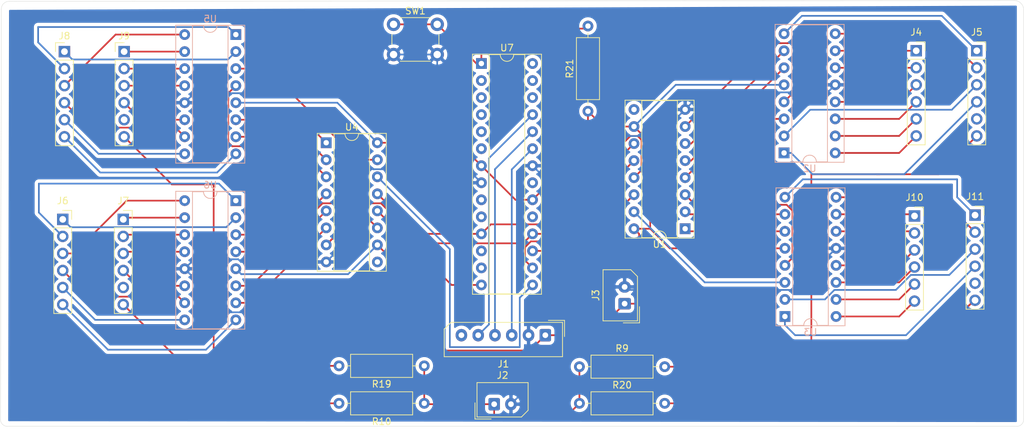
<source format=kicad_pcb>
(kicad_pcb (version 20171130) (host pcbnew "(5.1.8)-1")
  (layers (0 F.Cu signal) (31 B.Cu signal) (34 B.Paste user) (35 F.Paste user) (36 B.SilkS user) (37 F.SilkS user) (38 B.Mask user) (39 F.Mask user) (44 Edge.Cuts user))
  (net 0 "")
  (net 1 "Net-(J1-Pad6)")
  (net 2 RST)
  (net 3 DAT)
  (net 4 CLK)
  (net 5 GND)
  (net 6 +5V)
  (net 7 170V)
  (net 8 "Net-(J4-Pad6)")
  (net 9 "Net-(J4-Pad5)")
  (net 10 "Net-(J4-Pad4)")
  (net 11 "Net-(J4-Pad3)")
  (net 12 "Net-(J4-Pad2)")
  (net 13 "Net-(J4-Pad1)")
  (net 14 "Net-(J5-Pad6)")
  (net 15 "Net-(J5-Pad5)")
  (net 16 "Net-(J5-Pad4)")
  (net 17 "Net-(J5-Pad3)")
  (net 18 "Net-(J5-Pad2)")
  (net 19 "Net-(J5-Pad1)")
  (net 20 "Net-(J6-Pad6)")
  (net 21 "Net-(J6-Pad5)")
  (net 22 "Net-(J6-Pad4)")
  (net 23 "Net-(J6-Pad3)")
  (net 24 "Net-(J6-Pad2)")
  (net 25 "Net-(J6-Pad1)")
  (net 26 "Net-(J7-Pad6)")
  (net 27 "Net-(J7-Pad5)")
  (net 28 "Net-(J7-Pad4)")
  (net 29 "Net-(J7-Pad3)")
  (net 30 "Net-(J7-Pad2)")
  (net 31 "Net-(J7-Pad1)")
  (net 32 "Net-(J8-Pad6)")
  (net 33 "Net-(J8-Pad5)")
  (net 34 "Net-(J8-Pad4)")
  (net 35 "Net-(J8-Pad3)")
  (net 36 "Net-(J8-Pad2)")
  (net 37 "Net-(J8-Pad1)")
  (net 38 "Net-(J9-Pad6)")
  (net 39 "Net-(J9-Pad5)")
  (net 40 "Net-(J9-Pad4)")
  (net 41 "Net-(J9-Pad3)")
  (net 42 "Net-(J9-Pad2)")
  (net 43 "Net-(J9-Pad1)")
  (net 44 "Net-(J10-Pad6)")
  (net 45 "Net-(J10-Pad5)")
  (net 46 "Net-(J10-Pad4)")
  (net 47 "Net-(J10-Pad3)")
  (net 48 "Net-(J10-Pad2)")
  (net 49 "Net-(J10-Pad1)")
  (net 50 "Net-(J11-Pad6)")
  (net 51 "Net-(J11-Pad5)")
  (net 52 "Net-(J11-Pad4)")
  (net 53 "Net-(J11-Pad3)")
  (net 54 "Net-(J11-Pad2)")
  (net 55 "Net-(J11-Pad1)")
  (net 56 reset)
  (net 57 data1)
  (net 58 Gate)
  (net 59 latch1)
  (net 60 clock)
  (net 61 "Net-(U1-Pad9)")
  (net 62 data2)
  (net 63 latch2)
  (net 64 "Net-(U4-Pad9)")
  (net 65 "Net-(U7-Pad28)")
  (net 66 "Net-(U7-Pad27)")
  (net 67 "Net-(U7-Pad13)")
  (net 68 "Net-(U7-Pad26)")
  (net 69 "Net-(U7-Pad12)")
  (net 70 "Net-(U7-Pad10)")
  (net 71 "Net-(U7-Pad9)")
  (net 72 "Net-(U7-Pad21)")
  (net 73 "Net-(U7-Pad6)")
  (net 74 "Net-(U7-Pad19)")
  (net 75 "Net-(U7-Pad5)")
  (net 76 SETCLK)
  (net 77 "Net-(U7-Pad3)")
  (net 78 "Net-(U7-Pad2)")
  (net 79 "Net-(U1-Pad15)")
  (net 80 "Net-(U1-Pad7)")
  (net 81 "Net-(U1-Pad6)")
  (net 82 "Net-(U1-Pad5)")
  (net 83 "Net-(U1-Pad4)")
  (net 84 "Net-(U1-Pad3)")
  (net 85 "Net-(U1-Pad2)")
  (net 86 "Net-(U1-Pad1)")
  (net 87 "Net-(U4-Pad15)")
  (net 88 "Net-(U4-Pad7)")
  (net 89 "Net-(U4-Pad6)")
  (net 90 "Net-(U4-Pad5)")
  (net 91 "Net-(U4-Pad4)")
  (net 92 "Net-(U4-Pad3)")
  (net 93 "Net-(U4-Pad2)")
  (net 94 "Net-(U4-Pad1)")
  (module Connector_Molex:Molex_SPOX_5267-02A_1x02_P2.50mm_Vertical (layer F.Cu) (at 130.937 102.616)
    (fp_text reference J2 (at 1.25 -4.3) (layer F.SilkS))
    (fp_text value Conn_01x02)
    (pad 2 thru_hole oval (at 2.5 0) (size 1.7 1.85) (drill 0.85) (layers *.Cu *.Mask) (net 5 GND))
    (pad 1 thru_hole roundrect (at 0 0) (size 1.7 1.85) (drill 0.85) (layers *.Cu *.Mask) (roundrect_rratio 0.1470588235294118) (net 7 170V))
  )
  (module Connector_Molex:Molex_SPOX_5267-02A_1x02_P2.50mm_Vertical (layer F.Cu) (at 150.368 87.63 90)
    (fp_text reference J3 (at 1.25 -4.3 90) (layer F.SilkS))
    (fp_text value Conn_01x02)
    (pad 2 thru_hole oval (at 2.5 0 90) (size 1.7 1.85) (drill 0.85) (layers *.Cu *.Mask) (net 5 GND))
    (pad 1 thru_hole roundrect (at 0 0 90) (size 1.7 1.85) (drill 0.85) (layers *.Cu *.Mask) (roundrect_rratio 0.1470588235294118) (net 6 +5V))
  )
  (module Package_DIP:DIP-16_W7.62mm_Socket (layer F.Cu) (at 159.385 76.454 180)
    (fp_text reference U1 (at 3.81 -2.33) (layer F.SilkS))
    (fp_text value 74HC595)
    (pad 16 thru_hole oval (at 7.62 0 180) (size 1.6 1.6) (drill 0.8) (layers *.Cu *.Mask) (net 6 +5V))
    (pad 8 thru_hole oval (at 0 17.78 180) (size 1.6 1.6) (drill 0.8) (layers *.Cu *.Mask) (net 5 GND))
    (pad 15 thru_hole oval (at 7.62 2.54 180) (size 1.6 1.6) (drill 0.8) (layers *.Cu *.Mask) (net 79 "Net-(U1-Pad15)"))
    (pad 7 thru_hole oval (at 0 15.24 180) (size 1.6 1.6) (drill 0.8) (layers *.Cu *.Mask) (net 80 "Net-(U1-Pad7)"))
    (pad 14 thru_hole oval (at 7.62 5.08 180) (size 1.6 1.6) (drill 0.8) (layers *.Cu *.Mask) (net 57 data1))
    (pad 6 thru_hole oval (at 0 12.7 180) (size 1.6 1.6) (drill 0.8) (layers *.Cu *.Mask) (net 81 "Net-(U1-Pad6)"))
    (pad 13 thru_hole oval (at 7.62 7.62 180) (size 1.6 1.6) (drill 0.8) (layers *.Cu *.Mask) (net 58 Gate))
    (pad 5 thru_hole oval (at 0 10.16 180) (size 1.6 1.6) (drill 0.8) (layers *.Cu *.Mask) (net 82 "Net-(U1-Pad5)"))
    (pad 12 thru_hole oval (at 7.62 10.16 180) (size 1.6 1.6) (drill 0.8) (layers *.Cu *.Mask) (net 59 latch1))
    (pad 4 thru_hole oval (at 0 7.62 180) (size 1.6 1.6) (drill 0.8) (layers *.Cu *.Mask) (net 83 "Net-(U1-Pad4)"))
    (pad 11 thru_hole oval (at 7.62 12.7 180) (size 1.6 1.6) (drill 0.8) (layers *.Cu *.Mask) (net 60 clock))
    (pad 3 thru_hole oval (at 0 5.08 180) (size 1.6 1.6) (drill 0.8) (layers *.Cu *.Mask) (net 84 "Net-(U1-Pad3)"))
    (pad 10 thru_hole oval (at 7.62 15.24 180) (size 1.6 1.6) (drill 0.8) (layers *.Cu *.Mask) (net 6 +5V))
    (pad 2 thru_hole oval (at 0 2.54 180) (size 1.6 1.6) (drill 0.8) (layers *.Cu *.Mask) (net 85 "Net-(U1-Pad2)"))
    (pad 9 thru_hole oval (at 7.62 17.78 180) (size 1.6 1.6) (drill 0.8) (layers *.Cu *.Mask) (net 61 "Net-(U1-Pad9)"))
    (pad 1 thru_hole rect (at 0 0 180) (size 1.6 1.6) (drill 0.8) (layers *.Cu *.Mask) (net 86 "Net-(U1-Pad1)"))
  )
  (module Package_DIP:DIP-28_W7.62mm_Socket (layer F.Cu) (at 129.032 51.816)
    (fp_text reference U7 (at 3.81 -2.33) (layer F.SilkS))
    (fp_text value ATmega328P-PU)
    (pad 28 thru_hole oval (at 7.62 0) (size 1.6 1.6) (drill 0.8) (layers *.Cu *.Mask) (net 65 "Net-(U7-Pad28)"))
    (pad 14 thru_hole oval (at 0 33.02) (size 1.6 1.6) (drill 0.8) (layers *.Cu *.Mask) (net 63 latch2))
    (pad 27 thru_hole oval (at 7.62 2.54) (size 1.6 1.6) (drill 0.8) (layers *.Cu *.Mask) (net 66 "Net-(U7-Pad27)"))
    (pad 13 thru_hole oval (at 0 30.48) (size 1.6 1.6) (drill 0.8) (layers *.Cu *.Mask) (net 67 "Net-(U7-Pad13)"))
    (pad 26 thru_hole oval (at 7.62 5.08) (size 1.6 1.6) (drill 0.8) (layers *.Cu *.Mask) (net 68 "Net-(U7-Pad26)"))
    (pad 12 thru_hole oval (at 0 27.94) (size 1.6 1.6) (drill 0.8) (layers *.Cu *.Mask) (net 69 "Net-(U7-Pad12)"))
    (pad 25 thru_hole oval (at 7.62 7.62) (size 1.6 1.6) (drill 0.8) (layers *.Cu *.Mask) (net 2 RST))
    (pad 11 thru_hole oval (at 0 25.4) (size 1.6 1.6) (drill 0.8) (layers *.Cu *.Mask) (net 58 Gate))
    (pad 24 thru_hole oval (at 7.62 10.16) (size 1.6 1.6) (drill 0.8) (layers *.Cu *.Mask) (net 3 DAT))
    (pad 10 thru_hole oval (at 0 22.86) (size 1.6 1.6) (drill 0.8) (layers *.Cu *.Mask) (net 70 "Net-(U7-Pad10)"))
    (pad 23 thru_hole oval (at 7.62 12.7) (size 1.6 1.6) (drill 0.8) (layers *.Cu *.Mask) (net 4 CLK))
    (pad 9 thru_hole oval (at 0 20.32) (size 1.6 1.6) (drill 0.8) (layers *.Cu *.Mask) (net 71 "Net-(U7-Pad9)"))
    (pad 22 thru_hole oval (at 7.62 15.24) (size 1.6 1.6) (drill 0.8) (layers *.Cu *.Mask) (net 5 GND))
    (pad 8 thru_hole oval (at 0 17.78) (size 1.6 1.6) (drill 0.8) (layers *.Cu *.Mask) (net 5 GND))
    (pad 21 thru_hole oval (at 7.62 17.78) (size 1.6 1.6) (drill 0.8) (layers *.Cu *.Mask) (net 72 "Net-(U7-Pad21)"))
    (pad 7 thru_hole oval (at 0 15.24) (size 1.6 1.6) (drill 0.8) (layers *.Cu *.Mask) (net 6 +5V))
    (pad 20 thru_hole oval (at 7.62 20.32) (size 1.6 1.6) (drill 0.8) (layers *.Cu *.Mask) (net 6 +5V))
    (pad 6 thru_hole oval (at 0 12.7) (size 1.6 1.6) (drill 0.8) (layers *.Cu *.Mask) (net 73 "Net-(U7-Pad6)"))
    (pad 19 thru_hole oval (at 7.62 22.86) (size 1.6 1.6) (drill 0.8) (layers *.Cu *.Mask) (net 74 "Net-(U7-Pad19)"))
    (pad 5 thru_hole oval (at 0 10.16) (size 1.6 1.6) (drill 0.8) (layers *.Cu *.Mask) (net 75 "Net-(U7-Pad5)"))
    (pad 18 thru_hole oval (at 7.62 25.4) (size 1.6 1.6) (drill 0.8) (layers *.Cu *.Mask) (net 60 clock))
    (pad 4 thru_hole oval (at 0 7.62) (size 1.6 1.6) (drill 0.8) (layers *.Cu *.Mask) (net 76 SETCLK))
    (pad 17 thru_hole oval (at 7.62 27.94) (size 1.6 1.6) (drill 0.8) (layers *.Cu *.Mask) (net 57 data1))
    (pad 3 thru_hole oval (at 0 5.08) (size 1.6 1.6) (drill 0.8) (layers *.Cu *.Mask) (net 77 "Net-(U7-Pad3)"))
    (pad 16 thru_hole oval (at 7.62 30.48) (size 1.6 1.6) (drill 0.8) (layers *.Cu *.Mask) (net 59 latch1))
    (pad 2 thru_hole oval (at 0 2.54) (size 1.6 1.6) (drill 0.8) (layers *.Cu *.Mask) (net 78 "Net-(U7-Pad2)"))
    (pad 15 thru_hole oval (at 7.62 33.02) (size 1.6 1.6) (drill 0.8) (layers *.Cu *.Mask) (net 62 data2))
    (pad 1 thru_hole rect (at 0 0) (size 1.6 1.6) (drill 0.8) (layers *.Cu *.Mask) (net 56 reset))
  )
  (module Package_DIP:DIP-16_W7.62mm_Socket (layer B.Cu) (at 92.456 72.263 180)
    (fp_text reference U6 (at 3.81 2.33) (layer B.SilkS) (effects (justify mirror)))
    (fp_text value 74141)
    (pad 16 thru_hole oval (at 7.62 0 180) (size 1.6 1.6) (drill 0.8) (layers *.Cu *.Mask) (net 23 "Net-(J6-Pad3)"))
    (pad 8 thru_hole oval (at 0 -17.78 180) (size 1.6 1.6) (drill 0.8) (layers *.Cu *.Mask) (net 20 "Net-(J6-Pad6)"))
    (pad 15 thru_hole oval (at 7.62 -2.54 180) (size 1.6 1.6) (drill 0.8) (layers *.Cu *.Mask) (net 31 "Net-(J7-Pad1)"))
    (pad 7 thru_hole oval (at 0 -15.24 180) (size 1.6 1.6) (drill 0.8) (layers *.Cu *.Mask) (net 89 "Net-(U4-Pad6)"))
    (pad 14 thru_hole oval (at 7.62 -5.08 180) (size 1.6 1.6) (drill 0.8) (layers *.Cu *.Mask) (net 30 "Net-(J7-Pad2)"))
    (pad 6 thru_hole oval (at 0 -12.7 180) (size 1.6 1.6) (drill 0.8) (layers *.Cu *.Mask) (net 90 "Net-(U4-Pad5)"))
    (pad 13 thru_hole oval (at 7.62 -7.62 180) (size 1.6 1.6) (drill 0.8) (layers *.Cu *.Mask) (net 29 "Net-(J7-Pad3)"))
    (pad 5 thru_hole oval (at 0 -10.16 180) (size 1.6 1.6) (drill 0.8) (layers *.Cu *.Mask) (net 6 +5V))
    (pad 12 thru_hole oval (at 7.62 -10.16 180) (size 1.6 1.6) (drill 0.8) (layers *.Cu *.Mask) (net 5 GND))
    (pad 4 thru_hole oval (at 0 -7.62 180) (size 1.6 1.6) (drill 0.8) (layers *.Cu *.Mask) (net 88 "Net-(U4-Pad7)"))
    (pad 11 thru_hole oval (at 7.62 -12.7 180) (size 1.6 1.6) (drill 0.8) (layers *.Cu *.Mask) (net 28 "Net-(J7-Pad4)"))
    (pad 3 thru_hole oval (at 0 -5.08 180) (size 1.6 1.6) (drill 0.8) (layers *.Cu *.Mask) (net 91 "Net-(U4-Pad4)"))
    (pad 10 thru_hole oval (at 7.62 -15.24 180) (size 1.6 1.6) (drill 0.8) (layers *.Cu *.Mask) (net 22 "Net-(J6-Pad4)"))
    (pad 2 thru_hole oval (at 0 -2.54 180) (size 1.6 1.6) (drill 0.8) (layers *.Cu *.Mask) (net 25 "Net-(J6-Pad1)"))
    (pad 9 thru_hole oval (at 7.62 -17.78 180) (size 1.6 1.6) (drill 0.8) (layers *.Cu *.Mask) (net 21 "Net-(J6-Pad5)"))
    (pad 1 thru_hole rect (at 0 0 180) (size 1.6 1.6) (drill 0.8) (layers *.Cu *.Mask) (net 24 "Net-(J6-Pad2)"))
  )
  (module Package_DIP:DIP-16_W7.62mm_Socket (layer B.Cu) (at 92.456 47.498 180)
    (fp_text reference U5 (at 3.81 2.33) (layer B.SilkS) (effects (justify mirror)))
    (fp_text value 74141)
    (pad 16 thru_hole oval (at 7.62 0 180) (size 1.6 1.6) (drill 0.8) (layers *.Cu *.Mask) (net 35 "Net-(J8-Pad3)"))
    (pad 8 thru_hole oval (at 0 -17.78 180) (size 1.6 1.6) (drill 0.8) (layers *.Cu *.Mask) (net 32 "Net-(J8-Pad6)"))
    (pad 15 thru_hole oval (at 7.62 -2.54 180) (size 1.6 1.6) (drill 0.8) (layers *.Cu *.Mask) (net 43 "Net-(J9-Pad1)"))
    (pad 7 thru_hole oval (at 0 -15.24 180) (size 1.6 1.6) (drill 0.8) (layers *.Cu *.Mask) (net 93 "Net-(U4-Pad2)"))
    (pad 14 thru_hole oval (at 7.62 -5.08 180) (size 1.6 1.6) (drill 0.8) (layers *.Cu *.Mask) (net 42 "Net-(J9-Pad2)"))
    (pad 6 thru_hole oval (at 0 -12.7 180) (size 1.6 1.6) (drill 0.8) (layers *.Cu *.Mask) (net 94 "Net-(U4-Pad1)"))
    (pad 13 thru_hole oval (at 7.62 -7.62 180) (size 1.6 1.6) (drill 0.8) (layers *.Cu *.Mask) (net 41 "Net-(J9-Pad3)"))
    (pad 5 thru_hole oval (at 0 -10.16 180) (size 1.6 1.6) (drill 0.8) (layers *.Cu *.Mask) (net 6 +5V))
    (pad 12 thru_hole oval (at 7.62 -10.16 180) (size 1.6 1.6) (drill 0.8) (layers *.Cu *.Mask) (net 5 GND))
    (pad 4 thru_hole oval (at 0 -7.62 180) (size 1.6 1.6) (drill 0.8) (layers *.Cu *.Mask) (net 92 "Net-(U4-Pad3)"))
    (pad 11 thru_hole oval (at 7.62 -12.7 180) (size 1.6 1.6) (drill 0.8) (layers *.Cu *.Mask) (net 40 "Net-(J9-Pad4)"))
    (pad 3 thru_hole oval (at 0 -5.08 180) (size 1.6 1.6) (drill 0.8) (layers *.Cu *.Mask) (net 87 "Net-(U4-Pad15)"))
    (pad 10 thru_hole oval (at 7.62 -15.24 180) (size 1.6 1.6) (drill 0.8) (layers *.Cu *.Mask) (net 34 "Net-(J8-Pad4)"))
    (pad 2 thru_hole oval (at 0 -2.54 180) (size 1.6 1.6) (drill 0.8) (layers *.Cu *.Mask) (net 37 "Net-(J8-Pad1)"))
    (pad 9 thru_hole oval (at 7.62 -17.78 180) (size 1.6 1.6) (drill 0.8) (layers *.Cu *.Mask) (net 33 "Net-(J8-Pad5)"))
    (pad 1 thru_hole rect (at 0 0 180) (size 1.6 1.6) (drill 0.8) (layers *.Cu *.Mask) (net 36 "Net-(J8-Pad2)"))
  )
  (module Package_DIP:DIP-16_W7.62mm_Socket (layer F.Cu) (at 105.918 63.627)
    (fp_text reference U4 (at 3.81 -2.33) (layer F.SilkS))
    (fp_text value 74HC595)
    (pad 16 thru_hole oval (at 7.62 0) (size 1.6 1.6) (drill 0.8) (layers *.Cu *.Mask) (net 6 +5V))
    (pad 8 thru_hole oval (at 0 17.78) (size 1.6 1.6) (drill 0.8) (layers *.Cu *.Mask) (net 5 GND))
    (pad 15 thru_hole oval (at 7.62 2.54) (size 1.6 1.6) (drill 0.8) (layers *.Cu *.Mask) (net 87 "Net-(U4-Pad15)"))
    (pad 7 thru_hole oval (at 0 15.24) (size 1.6 1.6) (drill 0.8) (layers *.Cu *.Mask) (net 88 "Net-(U4-Pad7)"))
    (pad 14 thru_hole oval (at 7.62 5.08) (size 1.6 1.6) (drill 0.8) (layers *.Cu *.Mask) (net 62 data2))
    (pad 6 thru_hole oval (at 0 12.7) (size 1.6 1.6) (drill 0.8) (layers *.Cu *.Mask) (net 89 "Net-(U4-Pad6)"))
    (pad 13 thru_hole oval (at 7.62 7.62) (size 1.6 1.6) (drill 0.8) (layers *.Cu *.Mask) (net 58 Gate))
    (pad 5 thru_hole oval (at 0 10.16) (size 1.6 1.6) (drill 0.8) (layers *.Cu *.Mask) (net 90 "Net-(U4-Pad5)"))
    (pad 12 thru_hole oval (at 7.62 10.16) (size 1.6 1.6) (drill 0.8) (layers *.Cu *.Mask) (net 63 latch2))
    (pad 4 thru_hole oval (at 0 7.62) (size 1.6 1.6) (drill 0.8) (layers *.Cu *.Mask) (net 91 "Net-(U4-Pad4)"))
    (pad 11 thru_hole oval (at 7.62 12.7) (size 1.6 1.6) (drill 0.8) (layers *.Cu *.Mask) (net 60 clock))
    (pad 3 thru_hole oval (at 0 5.08) (size 1.6 1.6) (drill 0.8) (layers *.Cu *.Mask) (net 92 "Net-(U4-Pad3)"))
    (pad 10 thru_hole oval (at 7.62 15.24) (size 1.6 1.6) (drill 0.8) (layers *.Cu *.Mask) (net 6 +5V))
    (pad 2 thru_hole oval (at 0 2.54) (size 1.6 1.6) (drill 0.8) (layers *.Cu *.Mask) (net 93 "Net-(U4-Pad2)"))
    (pad 9 thru_hole oval (at 7.62 17.78) (size 1.6 1.6) (drill 0.8) (layers *.Cu *.Mask) (net 64 "Net-(U4-Pad9)"))
    (pad 1 thru_hole rect (at 0 0) (size 1.6 1.6) (drill 0.8) (layers *.Cu *.Mask) (net 94 "Net-(U4-Pad1)"))
  )
  (module Package_DIP:DIP-16_W7.62mm_Socket (layer B.Cu) (at 174.244 89.535)
    (fp_text reference U3 (at 3.81 2.33) (layer B.SilkS) (effects (justify mirror)))
    (fp_text value 74141)
    (pad 16 thru_hole oval (at 7.62 0) (size 1.6 1.6) (drill 0.8) (layers *.Cu *.Mask) (net 44 "Net-(J10-Pad6)"))
    (pad 8 thru_hole oval (at 0 -17.78) (size 1.6 1.6) (drill 0.8) (layers *.Cu *.Mask) (net 55 "Net-(J11-Pad1)"))
    (pad 15 thru_hole oval (at 7.62 -2.54) (size 1.6 1.6) (drill 0.8) (layers *.Cu *.Mask) (net 45 "Net-(J10-Pad5)"))
    (pad 7 thru_hole oval (at 0 -15.24) (size 1.6 1.6) (drill 0.8) (layers *.Cu *.Mask) (net 85 "Net-(U1-Pad2)"))
    (pad 14 thru_hole oval (at 7.62 -5.08) (size 1.6 1.6) (drill 0.8) (layers *.Cu *.Mask) (net 46 "Net-(J10-Pad4)"))
    (pad 6 thru_hole oval (at 0 -12.7) (size 1.6 1.6) (drill 0.8) (layers *.Cu *.Mask) (net 86 "Net-(U1-Pad1)"))
    (pad 13 thru_hole oval (at 7.62 -7.62) (size 1.6 1.6) (drill 0.8) (layers *.Cu *.Mask) (net 47 "Net-(J10-Pad3)"))
    (pad 5 thru_hole oval (at 0 -10.16) (size 1.6 1.6) (drill 0.8) (layers *.Cu *.Mask) (net 6 +5V))
    (pad 12 thru_hole oval (at 7.62 -10.16) (size 1.6 1.6) (drill 0.8) (layers *.Cu *.Mask) (net 5 GND))
    (pad 4 thru_hole oval (at 0 -7.62) (size 1.6 1.6) (drill 0.8) (layers *.Cu *.Mask) (net 84 "Net-(U1-Pad3)"))
    (pad 11 thru_hole oval (at 7.62 -12.7) (size 1.6 1.6) (drill 0.8) (layers *.Cu *.Mask) (net 48 "Net-(J10-Pad2)"))
    (pad 3 thru_hole oval (at 0 -5.08) (size 1.6 1.6) (drill 0.8) (layers *.Cu *.Mask) (net 79 "Net-(U1-Pad15)"))
    (pad 10 thru_hole oval (at 7.62 -15.24) (size 1.6 1.6) (drill 0.8) (layers *.Cu *.Mask) (net 49 "Net-(J10-Pad1)"))
    (pad 2 thru_hole oval (at 0 -2.54) (size 1.6 1.6) (drill 0.8) (layers *.Cu *.Mask) (net 53 "Net-(J11-Pad3)"))
    (pad 9 thru_hole oval (at 7.62 -17.78) (size 1.6 1.6) (drill 0.8) (layers *.Cu *.Mask) (net 54 "Net-(J11-Pad2)"))
    (pad 1 thru_hole rect (at 0 0) (size 1.6 1.6) (drill 0.8) (layers *.Cu *.Mask) (net 52 "Net-(J11-Pad4)"))
  )
  (module Package_DIP:DIP-16_W7.62mm_Socket (layer B.Cu) (at 174.117 65.151)
    (fp_text reference U2 (at 3.81 2.33) (layer B.SilkS) (effects (justify mirror)))
    (fp_text value 74141)
    (pad 16 thru_hole oval (at 7.62 0) (size 1.6 1.6) (drill 0.8) (layers *.Cu *.Mask) (net 8 "Net-(J4-Pad6)"))
    (pad 8 thru_hole oval (at 0 -17.78) (size 1.6 1.6) (drill 0.8) (layers *.Cu *.Mask) (net 19 "Net-(J5-Pad1)"))
    (pad 15 thru_hole oval (at 7.62 -2.54) (size 1.6 1.6) (drill 0.8) (layers *.Cu *.Mask) (net 9 "Net-(J4-Pad5)"))
    (pad 7 thru_hole oval (at 0 -15.24) (size 1.6 1.6) (drill 0.8) (layers *.Cu *.Mask) (net 81 "Net-(U1-Pad6)"))
    (pad 14 thru_hole oval (at 7.62 -5.08) (size 1.6 1.6) (drill 0.8) (layers *.Cu *.Mask) (net 10 "Net-(J4-Pad4)"))
    (pad 6 thru_hole oval (at 0 -12.7) (size 1.6 1.6) (drill 0.8) (layers *.Cu *.Mask) (net 82 "Net-(U1-Pad5)"))
    (pad 13 thru_hole oval (at 7.62 -7.62) (size 1.6 1.6) (drill 0.8) (layers *.Cu *.Mask) (net 11 "Net-(J4-Pad3)"))
    (pad 5 thru_hole oval (at 0 -10.16) (size 1.6 1.6) (drill 0.8) (layers *.Cu *.Mask) (net 6 +5V))
    (pad 12 thru_hole oval (at 7.62 -10.16) (size 1.6 1.6) (drill 0.8) (layers *.Cu *.Mask) (net 5 GND))
    (pad 4 thru_hole oval (at 0 -7.62) (size 1.6 1.6) (drill 0.8) (layers *.Cu *.Mask) (net 80 "Net-(U1-Pad7)"))
    (pad 11 thru_hole oval (at 7.62 -12.7) (size 1.6 1.6) (drill 0.8) (layers *.Cu *.Mask) (net 12 "Net-(J4-Pad2)"))
    (pad 3 thru_hole oval (at 0 -5.08) (size 1.6 1.6) (drill 0.8) (layers *.Cu *.Mask) (net 83 "Net-(U1-Pad4)"))
    (pad 10 thru_hole oval (at 7.62 -15.24) (size 1.6 1.6) (drill 0.8) (layers *.Cu *.Mask) (net 13 "Net-(J4-Pad1)"))
    (pad 2 thru_hole oval (at 0 -2.54) (size 1.6 1.6) (drill 0.8) (layers *.Cu *.Mask) (net 17 "Net-(J5-Pad3)"))
    (pad 9 thru_hole oval (at 7.62 -17.78) (size 1.6 1.6) (drill 0.8) (layers *.Cu *.Mask) (net 18 "Net-(J5-Pad2)"))
    (pad 1 thru_hole rect (at 0 0) (size 1.6 1.6) (drill 0.8) (layers *.Cu *.Mask) (net 16 "Net-(J5-Pad4)"))
  )
  (module Button_Switch_THT:SW_PUSH_6mm_H5mm (layer F.Cu) (at 115.951 45.974)
    (fp_text reference SW1 (at 3.25 -2) (layer F.SilkS))
    (fp_text value SW_Push)
    (pad 1 thru_hole circle (at 6.5 0 90) (size 2 2) (drill 1.1) (layers *.Cu *.Mask) (net 56 reset))
    (pad 2 thru_hole circle (at 6.5 4.5 90) (size 2 2) (drill 1.1) (layers *.Cu *.Mask) (net 5 GND))
    (pad 1 thru_hole circle (at 0 0 90) (size 2 2) (drill 1.1) (layers *.Cu *.Mask) (net 56 reset))
    (pad 2 thru_hole circle (at 0 4.5 90) (size 2 2) (drill 1.1) (layers *.Cu *.Mask) (net 5 GND))
  )
  (module Resistor_THT:R_Axial_DIN0309_L9.0mm_D3.2mm_P12.70mm_Horizontal (layer F.Cu) (at 144.907 58.928 90)
    (fp_text reference R21 (at 6.35 -2.72 90) (layer F.SilkS))
    (fp_text value R)
    (pad 2 thru_hole oval (at 12.7 0 90) (size 1.6 1.6) (drill 0.8) (layers *.Cu *.Mask) (net 56 reset))
    (pad 1 thru_hole circle (at 0 0 90) (size 1.6 1.6) (drill 0.8) (layers *.Cu *.Mask) (net 6 +5V))
  )
  (module Resistor_THT:R_Axial_DIN0309_L9.0mm_D3.2mm_P12.70mm_Horizontal (layer F.Cu) (at 143.637 102.489)
    (fp_text reference R20 (at 6.35 -2.72) (layer F.SilkS))
    (fp_text value R)
    (pad 2 thru_hole oval (at 12.7 0) (size 1.6 1.6) (drill 0.8) (layers *.Cu *.Mask) (net 50 "Net-(J11-Pad6)"))
    (pad 1 thru_hole circle (at 0 0) (size 1.6 1.6) (drill 0.8) (layers *.Cu *.Mask) (net 7 170V))
  )
  (module Resistor_THT:R_Axial_DIN0309_L9.0mm_D3.2mm_P12.70mm_Horizontal (layer F.Cu) (at 120.523 96.901 180)
    (fp_text reference R19 (at 6.35 -2.72) (layer F.SilkS))
    (fp_text value R)
    (pad 2 thru_hole oval (at 12.7 0 180) (size 1.6 1.6) (drill 0.8) (layers *.Cu *.Mask) (net 38 "Net-(J9-Pad6)"))
    (pad 1 thru_hole circle (at 0 0 180) (size 1.6 1.6) (drill 0.8) (layers *.Cu *.Mask) (net 7 170V))
  )
  (module Resistor_THT:R_Axial_DIN0309_L9.0mm_D3.2mm_P12.70mm_Horizontal (layer F.Cu) (at 120.523 102.489 180)
    (fp_text reference R10 (at 6.35 -2.72) (layer F.SilkS))
    (fp_text value R)
    (pad 2 thru_hole oval (at 12.7 0 180) (size 1.6 1.6) (drill 0.8) (layers *.Cu *.Mask) (net 26 "Net-(J7-Pad6)"))
    (pad 1 thru_hole circle (at 0 0 180) (size 1.6 1.6) (drill 0.8) (layers *.Cu *.Mask) (net 7 170V))
  )
  (module Resistor_THT:R_Axial_DIN0309_L9.0mm_D3.2mm_P12.70mm_Horizontal (layer F.Cu) (at 143.637 97.028)
    (fp_text reference R9 (at 6.35 -2.72) (layer F.SilkS))
    (fp_text value R)
    (pad 2 thru_hole oval (at 12.7 0) (size 1.6 1.6) (drill 0.8) (layers *.Cu *.Mask) (net 14 "Net-(J5-Pad6)"))
    (pad 1 thru_hole circle (at 0 0) (size 1.6 1.6) (drill 0.8) (layers *.Cu *.Mask) (net 7 170V))
  )
  (module Connector_PinSocket_2.54mm:PinSocket_1x06_P2.54mm_Vertical (layer F.Cu) (at 202.565 74.422)
    (fp_text reference J11 (at 0 -2.77) (layer F.SilkS))
    (fp_text value Conn_01x06)
    (pad 6 thru_hole oval (at 0 12.7) (size 1.7 1.7) (drill 1) (layers *.Cu *.Mask) (net 50 "Net-(J11-Pad6)"))
    (pad 5 thru_hole oval (at 0 10.16) (size 1.7 1.7) (drill 1) (layers *.Cu *.Mask) (net 51 "Net-(J11-Pad5)"))
    (pad 4 thru_hole oval (at 0 7.62) (size 1.7 1.7) (drill 1) (layers *.Cu *.Mask) (net 52 "Net-(J11-Pad4)"))
    (pad 3 thru_hole oval (at 0 5.08) (size 1.7 1.7) (drill 1) (layers *.Cu *.Mask) (net 53 "Net-(J11-Pad3)"))
    (pad 2 thru_hole oval (at 0 2.54) (size 1.7 1.7) (drill 1) (layers *.Cu *.Mask) (net 54 "Net-(J11-Pad2)"))
    (pad 1 thru_hole rect (at 0 0) (size 1.7 1.7) (drill 1) (layers *.Cu *.Mask) (net 55 "Net-(J11-Pad1)"))
  )
  (module Connector_PinSocket_2.54mm:PinSocket_1x06_P2.54mm_Vertical (layer F.Cu) (at 193.548 74.549)
    (fp_text reference J10 (at 0 -2.77) (layer F.SilkS))
    (fp_text value Conn_01x06)
    (pad 6 thru_hole oval (at 0 12.7) (size 1.7 1.7) (drill 1) (layers *.Cu *.Mask) (net 44 "Net-(J10-Pad6)"))
    (pad 5 thru_hole oval (at 0 10.16) (size 1.7 1.7) (drill 1) (layers *.Cu *.Mask) (net 45 "Net-(J10-Pad5)"))
    (pad 4 thru_hole oval (at 0 7.62) (size 1.7 1.7) (drill 1) (layers *.Cu *.Mask) (net 46 "Net-(J10-Pad4)"))
    (pad 3 thru_hole oval (at 0 5.08) (size 1.7 1.7) (drill 1) (layers *.Cu *.Mask) (net 47 "Net-(J10-Pad3)"))
    (pad 2 thru_hole oval (at 0 2.54) (size 1.7 1.7) (drill 1) (layers *.Cu *.Mask) (net 48 "Net-(J10-Pad2)"))
    (pad 1 thru_hole rect (at 0 0) (size 1.7 1.7) (drill 1) (layers *.Cu *.Mask) (net 49 "Net-(J10-Pad1)"))
  )
  (module Connector_PinHeader_2.54mm:PinHeader_1x06_P2.54mm_Vertical (layer F.Cu) (at 75.819 50.038)
    (fp_text reference J9 (at 0 -2.33) (layer F.SilkS))
    (fp_text value Conn_01x06)
    (pad 6 thru_hole oval (at 0 12.7) (size 1.7 1.7) (drill 1) (layers *.Cu *.Mask) (net 38 "Net-(J9-Pad6)"))
    (pad 5 thru_hole oval (at 0 10.16) (size 1.7 1.7) (drill 1) (layers *.Cu *.Mask) (net 39 "Net-(J9-Pad5)"))
    (pad 4 thru_hole oval (at 0 7.62) (size 1.7 1.7) (drill 1) (layers *.Cu *.Mask) (net 40 "Net-(J9-Pad4)"))
    (pad 3 thru_hole oval (at 0 5.08) (size 1.7 1.7) (drill 1) (layers *.Cu *.Mask) (net 41 "Net-(J9-Pad3)"))
    (pad 2 thru_hole oval (at 0 2.54) (size 1.7 1.7) (drill 1) (layers *.Cu *.Mask) (net 42 "Net-(J9-Pad2)"))
    (pad 1 thru_hole rect (at 0 0) (size 1.7 1.7) (drill 1) (layers *.Cu *.Mask) (net 43 "Net-(J9-Pad1)"))
  )
  (module Connector_PinHeader_2.54mm:PinHeader_1x06_P2.54mm_Vertical (layer F.Cu) (at 66.929 50.038)
    (fp_text reference J8 (at 0 -2.33) (layer F.SilkS))
    (fp_text value Conn_01x06)
    (pad 6 thru_hole oval (at 0 12.7) (size 1.7 1.7) (drill 1) (layers *.Cu *.Mask) (net 32 "Net-(J8-Pad6)"))
    (pad 5 thru_hole oval (at 0 10.16) (size 1.7 1.7) (drill 1) (layers *.Cu *.Mask) (net 33 "Net-(J8-Pad5)"))
    (pad 4 thru_hole oval (at 0 7.62) (size 1.7 1.7) (drill 1) (layers *.Cu *.Mask) (net 34 "Net-(J8-Pad4)"))
    (pad 3 thru_hole oval (at 0 5.08) (size 1.7 1.7) (drill 1) (layers *.Cu *.Mask) (net 35 "Net-(J8-Pad3)"))
    (pad 2 thru_hole oval (at 0 2.54) (size 1.7 1.7) (drill 1) (layers *.Cu *.Mask) (net 36 "Net-(J8-Pad2)"))
    (pad 1 thru_hole rect (at 0 0) (size 1.7 1.7) (drill 1) (layers *.Cu *.Mask) (net 37 "Net-(J8-Pad1)"))
  )
  (module Connector_PinSocket_2.54mm:PinSocket_1x06_P2.54mm_Vertical (layer F.Cu) (at 75.692 75.057)
    (fp_text reference J7 (at 0 -2.77) (layer F.SilkS))
    (fp_text value Conn_01x06)
    (pad 6 thru_hole oval (at 0 12.7) (size 1.7 1.7) (drill 1) (layers *.Cu *.Mask) (net 26 "Net-(J7-Pad6)"))
    (pad 5 thru_hole oval (at 0 10.16) (size 1.7 1.7) (drill 1) (layers *.Cu *.Mask) (net 27 "Net-(J7-Pad5)"))
    (pad 4 thru_hole oval (at 0 7.62) (size 1.7 1.7) (drill 1) (layers *.Cu *.Mask) (net 28 "Net-(J7-Pad4)"))
    (pad 3 thru_hole oval (at 0 5.08) (size 1.7 1.7) (drill 1) (layers *.Cu *.Mask) (net 29 "Net-(J7-Pad3)"))
    (pad 2 thru_hole oval (at 0 2.54) (size 1.7 1.7) (drill 1) (layers *.Cu *.Mask) (net 30 "Net-(J7-Pad2)"))
    (pad 1 thru_hole rect (at 0 0) (size 1.7 1.7) (drill 1) (layers *.Cu *.Mask) (net 31 "Net-(J7-Pad1)"))
  )
  (module Connector_PinSocket_2.54mm:PinSocket_1x06_P2.54mm_Vertical (layer F.Cu) (at 66.675 75.057)
    (fp_text reference J6 (at 0 -2.77) (layer F.SilkS))
    (fp_text value Conn_01x06)
    (pad 6 thru_hole oval (at 0 12.7) (size 1.7 1.7) (drill 1) (layers *.Cu *.Mask) (net 20 "Net-(J6-Pad6)"))
    (pad 5 thru_hole oval (at 0 10.16) (size 1.7 1.7) (drill 1) (layers *.Cu *.Mask) (net 21 "Net-(J6-Pad5)"))
    (pad 4 thru_hole oval (at 0 7.62) (size 1.7 1.7) (drill 1) (layers *.Cu *.Mask) (net 22 "Net-(J6-Pad4)"))
    (pad 3 thru_hole oval (at 0 5.08) (size 1.7 1.7) (drill 1) (layers *.Cu *.Mask) (net 23 "Net-(J6-Pad3)"))
    (pad 2 thru_hole oval (at 0 2.54) (size 1.7 1.7) (drill 1) (layers *.Cu *.Mask) (net 24 "Net-(J6-Pad2)"))
    (pad 1 thru_hole rect (at 0 0) (size 1.7 1.7) (drill 1) (layers *.Cu *.Mask) (net 25 "Net-(J6-Pad1)"))
  )
  (module Connector_PinSocket_2.54mm:PinSocket_1x06_P2.54mm_Vertical (layer F.Cu) (at 202.819 49.911)
    (fp_text reference J5 (at 0 -2.77) (layer F.SilkS))
    (fp_text value Conn_01x06)
    (pad 6 thru_hole oval (at 0 12.7) (size 1.7 1.7) (drill 1) (layers *.Cu *.Mask) (net 14 "Net-(J5-Pad6)"))
    (pad 5 thru_hole oval (at 0 10.16) (size 1.7 1.7) (drill 1) (layers *.Cu *.Mask) (net 15 "Net-(J5-Pad5)"))
    (pad 4 thru_hole oval (at 0 7.62) (size 1.7 1.7) (drill 1) (layers *.Cu *.Mask) (net 16 "Net-(J5-Pad4)"))
    (pad 3 thru_hole oval (at 0 5.08) (size 1.7 1.7) (drill 1) (layers *.Cu *.Mask) (net 17 "Net-(J5-Pad3)"))
    (pad 2 thru_hole oval (at 0 2.54) (size 1.7 1.7) (drill 1) (layers *.Cu *.Mask) (net 18 "Net-(J5-Pad2)"))
    (pad 1 thru_hole rect (at 0 0) (size 1.7 1.7) (drill 1) (layers *.Cu *.Mask) (net 19 "Net-(J5-Pad1)"))
  )
  (module Connector_PinSocket_2.54mm:PinSocket_1x06_P2.54mm_Vertical (layer F.Cu) (at 193.802 49.911)
    (fp_text reference J4 (at 0 -2.77) (layer F.SilkS))
    (fp_text value Conn_01x06)
    (pad 6 thru_hole oval (at 0 12.7) (size 1.7 1.7) (drill 1) (layers *.Cu *.Mask) (net 8 "Net-(J4-Pad6)"))
    (pad 5 thru_hole oval (at 0 10.16) (size 1.7 1.7) (drill 1) (layers *.Cu *.Mask) (net 9 "Net-(J4-Pad5)"))
    (pad 4 thru_hole oval (at 0 7.62) (size 1.7 1.7) (drill 1) (layers *.Cu *.Mask) (net 10 "Net-(J4-Pad4)"))
    (pad 3 thru_hole oval (at 0 5.08) (size 1.7 1.7) (drill 1) (layers *.Cu *.Mask) (net 11 "Net-(J4-Pad3)"))
    (pad 2 thru_hole oval (at 0 2.54) (size 1.7 1.7) (drill 1) (layers *.Cu *.Mask) (net 12 "Net-(J4-Pad2)"))
    (pad 1 thru_hole rect (at 0 0) (size 1.7 1.7) (drill 1) (layers *.Cu *.Mask) (net 13 "Net-(J4-Pad1)"))
  )
  (module Connector_Molex:Molex_SPOX_5267-06A_1x06_P2.50mm_Vertical (layer F.Cu) (at 138.557 92.329 180)
    (fp_text reference J1 (at 6.25 -4.3) (layer F.SilkS))
    (fp_text value Conn_01x06)
    (pad 6 thru_hole oval (at 12.5 0 180) (size 1.7 1.85) (drill 0.85) (layers *.Cu *.Mask) (net 1 "Net-(J1-Pad6)"))
    (pad 5 thru_hole oval (at 10 0 180) (size 1.7 1.85) (drill 0.85) (layers *.Cu *.Mask) (net 2 RST))
    (pad 4 thru_hole oval (at 7.5 0 180) (size 1.7 1.85) (drill 0.85) (layers *.Cu *.Mask) (net 3 DAT))
    (pad 3 thru_hole oval (at 5 0 180) (size 1.7 1.85) (drill 0.85) (layers *.Cu *.Mask) (net 4 CLK))
    (pad 2 thru_hole oval (at 2.5 0 180) (size 1.7 1.85) (drill 0.85) (layers *.Cu *.Mask) (net 5 GND))
    (pad 1 thru_hole roundrect (at 0 0 180) (size 1.7 1.85) (drill 0.85) (layers *.Cu *.Mask) (roundrect_rratio 0.1470588235294118) (net 6 +5V))
  )
  (gr_line (start 58.674 42.545) (end 208.407 42.418) (layer Edge.Cuts) (width 0.05))
  (gr_line (start 57.404 104.902) (end 57.531 43.688) (layer Edge.Cuts) (width 0.05))
  (gr_line (start 208.788 105.918) (end 58.42 105.918) (layer Edge.Cuts) (width 0.05))
  (gr_line (start 209.804 43.815) (end 209.804 104.902) (layer Edge.Cuts) (width 0.05))
  (gr_arc (start 208.407 43.815) (end 209.804 43.815) (angle -90) (layer Edge.Cuts) (width 0.05))
  (gr_arc (start 208.788 104.902) (end 208.788 105.918) (angle -90) (layer Edge.Cuts) (width 0.05))
  (gr_arc (start 58.42 104.902) (end 57.404 104.902) (angle -90) (layer Edge.Cuts) (width 0.05))
  (gr_arc (start 58.674 43.688) (end 58.674 42.545) (angle -90) (layer Edge.Cuts) (width 0.05))
  (segment (start 130.157001 65.930999) (end 136.652 59.436) (width 0.25) (layer B.Cu) (net 2))
  (segment (start 130.157001 90.728999) (end 130.157001 65.930999) (width 0.25) (layer B.Cu) (net 2))
  (segment (start 128.557 92.329) (end 130.157001 90.728999) (width 0.25) (layer B.Cu) (net 2))
  (segment (start 131.057 67.571) (end 136.652 61.976) (width 0.25) (layer B.Cu) (net 3))
  (segment (start 131.057 92.329) (end 131.057 67.571) (width 0.25) (layer B.Cu) (net 3))
  (segment (start 133.557 67.611) (end 136.652 64.516) (width 0.25) (layer B.Cu) (net 4))
  (segment (start 133.557 92.329) (end 133.557 67.611) (width 0.25) (layer B.Cu) (net 4))
  (segment (start 136.46881 92.329) (end 136.057 92.329) (width 0.25) (layer F.Cu) (net 5))
  (segment (start 136.057 99.996) (end 133.437 102.616) (width 0.25) (layer B.Cu) (net 5))
  (segment (start 136.057 92.329) (end 136.057 88.686) (width 0.25) (layer B.Cu) (net 5))
  (segment (start 136.057 88.686) (end 136.097 88.646) (width 0.25) (layer B.Cu) (net 5))
  (segment (start 136.097 88.646) (end 140.081 88.646) (width 0.25) (layer B.Cu) (net 5))
  (segment (start 140.081 70.485) (end 136.652 67.056) (width 0.25) (layer B.Cu) (net 5))
  (segment (start 147.937001 62.628999) (end 140.081 70.485) (width 0.25) (layer B.Cu) (net 5))
  (segment (start 155.430001 62.628999) (end 147.937001 62.628999) (width 0.25) (layer B.Cu) (net 5))
  (segment (start 159.385 58.674) (end 155.430001 62.628999) (width 0.25) (layer B.Cu) (net 5))
  (segment (start 140.168 85.13) (end 140.081 85.217) (width 0.25) (layer B.Cu) (net 5))
  (segment (start 150.368 85.13) (end 140.168 85.13) (width 0.25) (layer B.Cu) (net 5))
  (segment (start 140.081 85.217) (end 140.081 70.485) (width 0.25) (layer B.Cu) (net 5))
  (segment (start 140.081 88.646) (end 140.081 85.217) (width 0.25) (layer B.Cu) (net 5))
  (segment (start 127.017999 67.581999) (end 129.032 69.596) (width 0.25) (layer B.Cu) (net 5))
  (segment (start 161.942999 56.116001) (end 159.385 58.674) (width 0.25) (layer B.Cu) (net 5))
  (segment (start 180.611999 56.116001) (end 161.942999 56.116001) (width 0.25) (layer B.Cu) (net 5))
  (segment (start 181.737 54.991) (end 180.611999 56.116001) (width 0.25) (layer B.Cu) (net 5))
  (segment (start 122.451 67.541) (end 122.410001 67.581999) (width 0.25) (layer B.Cu) (net 5))
  (segment (start 122.451 50.474) (end 122.451 67.541) (width 0.25) (layer B.Cu) (net 5))
  (segment (start 122.410001 67.581999) (end 127.017999 67.581999) (width 0.25) (layer B.Cu) (net 5))
  (segment (start 112.997999 67.581999) (end 122.410001 67.581999) (width 0.25) (layer B.Cu) (net 5))
  (segment (start 115.951 50.474) (end 122.451 50.474) (width 0.25) (layer B.Cu) (net 5))
  (segment (start 105.918 81.407) (end 93.218 81.407) (width 0.25) (layer B.Cu) (net 5))
  (segment (start 86.250999 81.008001) (end 84.836 82.423) (width 0.25) (layer B.Cu) (net 5))
  (segment (start 92.819001 81.008001) (end 86.250999 81.008001) (width 0.25) (layer B.Cu) (net 5))
  (segment (start 93.218 81.407) (end 92.819001 81.008001) (width 0.25) (layer B.Cu) (net 5))
  (segment (start 110.181999 56.243001) (end 115.951 50.474) (width 0.25) (layer B.Cu) (net 5))
  (segment (start 86.250999 56.243001) (end 110.181999 56.243001) (width 0.25) (layer B.Cu) (net 5))
  (segment (start 84.836 57.658) (end 86.250999 56.243001) (width 0.25) (layer B.Cu) (net 5))
  (segment (start 150.818001 85.580001) (end 150.368 85.13) (width 0.25) (layer B.Cu) (net 5))
  (segment (start 175.658999 85.580001) (end 150.818001 85.580001) (width 0.25) (layer B.Cu) (net 5))
  (segment (start 181.864 79.375) (end 175.658999 85.580001) (width 0.25) (layer B.Cu) (net 5))
  (segment (start 105.918 81.407) (end 109.601 77.724) (width 0.25) (layer B.Cu) (net 5))
  (segment (start 109.601 77.724) (end 109.601 67.564) (width 0.25) (layer B.Cu) (net 5))
  (segment (start 112.98 67.564) (end 112.997999 67.581999) (width 0.25) (layer B.Cu) (net 5))
  (segment (start 109.601 67.564) (end 112.98 67.564) (width 0.25) (layer B.Cu) (net 5))
  (segment (start 84.836 82.423) (end 91.330999 88.917999) (width 0.25) (layer B.Cu) (net 5))
  (segment (start 91.330999 88.917999) (end 117.711001 88.917999) (width 0.25) (layer B.Cu) (net 5))
  (segment (start 117.711001 88.917999) (end 126.202002 97.409) (width 0.25) (layer B.Cu) (net 5))
  (segment (start 117.711001 88.917999) (end 117.873999 88.917999) (width 0.25) (layer B.Cu) (net 5))
  (segment (start 135.843 97.409) (end 136.057 97.195) (width 0.25) (layer B.Cu) (net 5))
  (segment (start 126.202002 97.409) (end 135.843 97.409) (width 0.25) (layer B.Cu) (net 5))
  (segment (start 136.057 97.195) (end 136.057 99.996) (width 0.25) (layer B.Cu) (net 5))
  (segment (start 136.057 92.329) (end 136.057 97.195) (width 0.25) (layer B.Cu) (net 5))
  (segment (start 152.12601 76.81501) (end 151.765 76.454) (width 0.25) (layer F.Cu) (net 6))
  (segment (start 145.669 92.329) (end 150.368 87.63) (width 0.25) (layer F.Cu) (net 6))
  (segment (start 138.557 92.329) (end 145.669 92.329) (width 0.25) (layer F.Cu) (net 6))
  (segment (start 134.112 72.136) (end 129.032 67.056) (width 0.25) (layer F.Cu) (net 6))
  (segment (start 136.652 72.136) (end 134.112 72.136) (width 0.25) (layer F.Cu) (net 6))
  (segment (start 150.368 87.63) (end 152.527 87.63) (width 0.25) (layer F.Cu) (net 6))
  (segment (start 152.527 77.216) (end 151.765 76.454) (width 0.25) (layer F.Cu) (net 6))
  (segment (start 152.527 87.63) (end 152.527 77.216) (width 0.25) (layer F.Cu) (net 6))
  (segment (start 151.765 76.454) (end 154.178 76.454) (width 0.25) (layer F.Cu) (net 6))
  (segment (start 154.178 63.627) (end 151.765 61.214) (width 0.25) (layer F.Cu) (net 6))
  (segment (start 154.178 76.454) (end 154.178 63.627) (width 0.25) (layer F.Cu) (net 6))
  (segment (start 144.907 63.881) (end 144.907 58.928) (width 0.25) (layer F.Cu) (net 6))
  (segment (start 136.652 72.136) (end 144.907 63.881) (width 0.25) (layer F.Cu) (net 6))
  (segment (start 147.193 61.214) (end 144.907 58.928) (width 0.25) (layer F.Cu) (net 6))
  (segment (start 151.765 61.214) (end 147.193 61.214) (width 0.25) (layer F.Cu) (net 6))
  (segment (start 157.099 79.375) (end 174.244 79.375) (width 0.25) (layer F.Cu) (net 6))
  (segment (start 154.178 76.454) (end 157.099 79.375) (width 0.25) (layer F.Cu) (net 6))
  (segment (start 157.988 54.991) (end 151.765 61.214) (width 0.25) (layer B.Cu) (net 6))
  (segment (start 174.117 54.991) (end 157.988 54.991) (width 0.25) (layer B.Cu) (net 6))
  (segment (start 93.255999 83.222999) (end 92.456 82.423) (width 0.25) (layer B.Cu) (net 6))
  (segment (start 109.182001 83.222999) (end 93.255999 83.222999) (width 0.25) (layer B.Cu) (net 6))
  (segment (start 113.538 78.867) (end 109.182001 83.222999) (width 0.25) (layer B.Cu) (net 6))
  (segment (start 125.603 63.627) (end 129.032 67.056) (width 0.25) (layer F.Cu) (net 6))
  (segment (start 113.538 63.627) (end 125.603 63.627) (width 0.25) (layer F.Cu) (net 6))
  (segment (start 107.569 57.658) (end 113.538 63.627) (width 0.25) (layer B.Cu) (net 6))
  (segment (start 92.456 57.658) (end 107.569 57.658) (width 0.25) (layer B.Cu) (net 6))
  (segment (start 113.538 78.867) (end 122.301 87.63) (width 0.25) (layer F.Cu) (net 6))
  (segment (start 122.301 87.63) (end 122.301 94.615) (width 0.25) (layer F.Cu) (net 6))
  (segment (start 136.271 94.615) (end 138.557 92.329) (width 0.25) (layer F.Cu) (net 6))
  (segment (start 122.301 94.615) (end 136.271 94.615) (width 0.25) (layer F.Cu) (net 6))
  (segment (start 130.937 102.616) (end 130.937 104.902) (width 0.25) (layer F.Cu) (net 7))
  (segment (start 141.224 104.902) (end 143.637 102.489) (width 0.25) (layer F.Cu) (net 7))
  (segment (start 130.937 104.902) (end 141.224 104.902) (width 0.25) (layer F.Cu) (net 7))
  (segment (start 120.65 102.616) (end 120.523 102.489) (width 0.25) (layer F.Cu) (net 7))
  (segment (start 130.937 102.616) (end 120.65 102.616) (width 0.25) (layer F.Cu) (net 7))
  (segment (start 120.523 96.901) (end 120.523 102.489) (width 0.25) (layer F.Cu) (net 7))
  (segment (start 143.637 97.028) (end 143.637 102.489) (width 0.25) (layer F.Cu) (net 7))
  (segment (start 191.262 65.151) (end 193.802 62.611) (width 0.25) (layer F.Cu) (net 8))
  (segment (start 181.737 65.151) (end 191.262 65.151) (width 0.25) (layer F.Cu) (net 8))
  (segment (start 191.262 62.611) (end 193.802 60.071) (width 0.25) (layer F.Cu) (net 9))
  (segment (start 181.737 62.611) (end 191.262 62.611) (width 0.25) (layer F.Cu) (net 9))
  (segment (start 191.262 60.071) (end 193.802 57.531) (width 0.25) (layer F.Cu) (net 10))
  (segment (start 181.737 60.071) (end 191.262 60.071) (width 0.25) (layer F.Cu) (net 10))
  (segment (start 191.262 57.531) (end 193.802 54.991) (width 0.25) (layer F.Cu) (net 11))
  (segment (start 181.737 57.531) (end 191.262 57.531) (width 0.25) (layer F.Cu) (net 11))
  (segment (start 181.737 52.451) (end 193.802 52.451) (width 0.25) (layer F.Cu) (net 12))
  (segment (start 181.737 49.911) (end 193.802 49.911) (width 0.25) (layer F.Cu) (net 13))
  (segment (start 178.181 96.647) (end 178.181 68.326) (width 0.25) (layer F.Cu) (net 14))
  (segment (start 177.8 97.028) (end 178.181 96.647) (width 0.25) (layer F.Cu) (net 14))
  (segment (start 156.337 97.028) (end 177.8 97.028) (width 0.25) (layer F.Cu) (net 14))
  (segment (start 197.104 68.326) (end 187.96 68.326) (width 0.25) (layer F.Cu) (net 14))
  (segment (start 202.819 62.611) (end 197.104 68.326) (width 0.25) (layer F.Cu) (net 14))
  (segment (start 187.96 68.326) (end 188.341 68.326) (width 0.25) (layer F.Cu) (net 14))
  (segment (start 178.181 68.326) (end 187.96 68.326) (width 0.25) (layer F.Cu) (net 14))
  (segment (start 175.167 65.151) (end 178.342 68.326) (width 0.25) (layer B.Cu) (net 16))
  (segment (start 174.117 65.151) (end 175.167 65.151) (width 0.25) (layer B.Cu) (net 16))
  (segment (start 192.024 68.326) (end 202.819 57.531) (width 0.25) (layer B.Cu) (net 16))
  (segment (start 178.342 68.326) (end 192.024 68.326) (width 0.25) (layer B.Cu) (net 16))
  (segment (start 199.103999 58.706001) (end 202.819 54.991) (width 0.25) (layer B.Cu) (net 17))
  (segment (start 178.021999 58.706001) (end 199.103999 58.706001) (width 0.25) (layer B.Cu) (net 17))
  (segment (start 174.117 62.611) (end 178.021999 58.706001) (width 0.25) (layer B.Cu) (net 17))
  (segment (start 197.739 47.371) (end 202.819 52.451) (width 0.25) (layer F.Cu) (net 18))
  (segment (start 181.737 47.371) (end 197.739 47.371) (width 0.25) (layer F.Cu) (net 18))
  (segment (start 174.117 47.371) (end 176.784 44.704) (width 0.25) (layer B.Cu) (net 19))
  (segment (start 197.612 44.704) (end 202.819 49.911) (width 0.25) (layer B.Cu) (net 19))
  (segment (start 176.784 44.704) (end 197.612 44.704) (width 0.25) (layer B.Cu) (net 19))
  (segment (start 92.456 90.043) (end 88.011 94.488) (width 0.25) (layer B.Cu) (net 20))
  (segment (start 73.406 94.488) (end 66.675 87.757) (width 0.25) (layer B.Cu) (net 20))
  (segment (start 88.011 94.488) (end 73.406 94.488) (width 0.25) (layer B.Cu) (net 20))
  (segment (start 71.501 90.043) (end 66.675 85.217) (width 0.25) (layer B.Cu) (net 21))
  (segment (start 84.836 90.043) (end 71.501 90.043) (width 0.25) (layer B.Cu) (net 21))
  (segment (start 70.579999 86.581999) (end 66.675 82.677) (width 0.25) (layer F.Cu) (net 22))
  (segment (start 83.914999 86.581999) (end 70.579999 86.581999) (width 0.25) (layer F.Cu) (net 22))
  (segment (start 84.836 87.503) (end 83.914999 86.581999) (width 0.25) (layer F.Cu) (net 22))
  (segment (start 68.326998 80.137) (end 66.675 80.137) (width 0.25) (layer F.Cu) (net 23))
  (segment (start 76.200998 72.263) (end 68.326998 80.137) (width 0.25) (layer F.Cu) (net 23))
  (segment (start 84.836 72.263) (end 76.200998 72.263) (width 0.25) (layer F.Cu) (net 23))
  (segment (start 63.119 74.041) (end 66.675 77.597) (width 0.25) (layer B.Cu) (net 24))
  (segment (start 63.119 69.723) (end 63.119 74.041) (width 0.25) (layer B.Cu) (net 24))
  (segment (start 89.916 69.723) (end 63.119 69.723) (width 0.25) (layer B.Cu) (net 24))
  (segment (start 92.456 72.263) (end 89.916 69.723) (width 0.25) (layer B.Cu) (net 24))
  (segment (start 67.850001 76.232001) (end 66.675 75.057) (width 0.25) (layer B.Cu) (net 25))
  (segment (start 77.106999 76.217999) (end 77.092997 76.232001) (width 0.25) (layer B.Cu) (net 25))
  (segment (start 77.092997 76.232001) (end 67.850001 76.232001) (width 0.25) (layer B.Cu) (net 25))
  (segment (start 91.041001 76.217999) (end 77.106999 76.217999) (width 0.25) (layer B.Cu) (net 25))
  (segment (start 92.456 74.803) (end 91.041001 76.217999) (width 0.25) (layer B.Cu) (net 25))
  (segment (start 90.424 102.489) (end 75.692 87.757) (width 0.25) (layer F.Cu) (net 26))
  (segment (start 107.823 102.489) (end 90.424 102.489) (width 0.25) (layer F.Cu) (net 26))
  (segment (start 77.978 84.963) (end 75.692 82.677) (width 0.25) (layer F.Cu) (net 28))
  (segment (start 84.836 84.963) (end 77.978 84.963) (width 0.25) (layer F.Cu) (net 28))
  (segment (start 75.946 79.883) (end 75.692 80.137) (width 0.25) (layer F.Cu) (net 29))
  (segment (start 84.836 79.883) (end 75.946 79.883) (width 0.25) (layer F.Cu) (net 29))
  (segment (start 75.946 77.343) (end 75.692 77.597) (width 0.25) (layer F.Cu) (net 30))
  (segment (start 84.836 77.343) (end 75.946 77.343) (width 0.25) (layer F.Cu) (net 30))
  (segment (start 75.946 74.803) (end 75.692 75.057) (width 0.25) (layer F.Cu) (net 31))
  (segment (start 84.836 74.803) (end 75.946 74.803) (width 0.25) (layer F.Cu) (net 31))
  (segment (start 66.929 62.738) (end 72.263 68.072) (width 0.25) (layer B.Cu) (net 32))
  (segment (start 89.662 68.072) (end 92.456 65.278) (width 0.25) (layer B.Cu) (net 32))
  (segment (start 72.263 68.072) (end 89.662 68.072) (width 0.25) (layer B.Cu) (net 32))
  (segment (start 72.009 65.278) (end 84.836 65.278) (width 0.25) (layer B.Cu) (net 33))
  (segment (start 66.929 60.198) (end 72.009 65.278) (width 0.25) (layer B.Cu) (net 33))
  (segment (start 83.471001 61.373001) (end 84.836 62.738) (width 0.25) (layer F.Cu) (net 34))
  (segment (start 70.644001 61.373001) (end 83.471001 61.373001) (width 0.25) (layer F.Cu) (net 34))
  (segment (start 66.929 57.658) (end 70.644001 61.373001) (width 0.25) (layer F.Cu) (net 34))
  (segment (start 74.549 47.498) (end 84.836 47.498) (width 0.25) (layer F.Cu) (net 35))
  (segment (start 66.929 55.118) (end 74.549 47.498) (width 0.25) (layer F.Cu) (net 35))
  (segment (start 91.330999 46.372999) (end 63.009999 46.372999) (width 0.25) (layer B.Cu) (net 36))
  (segment (start 92.456 47.498) (end 91.330999 46.372999) (width 0.25) (layer B.Cu) (net 36))
  (segment (start 63.009999 48.658999) (end 66.929 52.578) (width 0.25) (layer B.Cu) (net 36))
  (segment (start 63.009999 46.372999) (end 63.009999 48.658999) (width 0.25) (layer B.Cu) (net 36))
  (segment (start 68.104001 51.213001) (end 66.929 50.038) (width 0.25) (layer B.Cu) (net 37))
  (segment (start 91.280999 51.213001) (end 68.104001 51.213001) (width 0.25) (layer B.Cu) (net 37))
  (segment (start 92.456 50.038) (end 91.280999 51.213001) (width 0.25) (layer B.Cu) (net 37))
  (segment (start 82.931 69.85) (end 75.819 62.738) (width 0.25) (layer F.Cu) (net 38))
  (segment (start 89.154 69.85) (end 82.931 69.85) (width 0.25) (layer F.Cu) (net 38))
  (segment (start 89.154 96.901) (end 89.154 69.85) (width 0.25) (layer F.Cu) (net 38))
  (segment (start 107.823 96.901) (end 89.154 96.901) (width 0.25) (layer F.Cu) (net 38))
  (segment (start 78.359 60.198) (end 75.819 57.658) (width 0.25) (layer F.Cu) (net 40))
  (segment (start 84.836 60.198) (end 78.359 60.198) (width 0.25) (layer F.Cu) (net 40))
  (segment (start 84.836 55.118) (end 75.819 55.118) (width 0.25) (layer F.Cu) (net 41))
  (segment (start 75.819 52.578) (end 84.836 52.578) (width 0.25) (layer F.Cu) (net 42))
  (segment (start 84.836 50.038) (end 75.819 50.038) (width 0.25) (layer F.Cu) (net 43))
  (segment (start 191.262 89.535) (end 193.548 87.249) (width 0.25) (layer F.Cu) (net 44))
  (segment (start 181.864 89.535) (end 191.262 89.535) (width 0.25) (layer F.Cu) (net 44))
  (segment (start 191.262 86.995) (end 193.548 84.709) (width 0.25) (layer F.Cu) (net 45))
  (segment (start 181.864 86.995) (end 191.262 86.995) (width 0.25) (layer F.Cu) (net 45))
  (segment (start 191.262 84.455) (end 193.548 82.169) (width 0.25) (layer F.Cu) (net 46))
  (segment (start 181.864 84.455) (end 191.262 84.455) (width 0.25) (layer F.Cu) (net 46))
  (segment (start 191.262 81.915) (end 193.548 79.629) (width 0.25) (layer F.Cu) (net 47))
  (segment (start 181.864 81.915) (end 191.262 81.915) (width 0.25) (layer F.Cu) (net 47))
  (segment (start 193.294 76.835) (end 193.548 77.089) (width 0.25) (layer F.Cu) (net 48))
  (segment (start 181.864 76.835) (end 193.294 76.835) (width 0.25) (layer F.Cu) (net 48))
  (segment (start 193.294 74.295) (end 193.548 74.549) (width 0.25) (layer F.Cu) (net 49))
  (segment (start 181.864 74.295) (end 193.294 74.295) (width 0.25) (layer F.Cu) (net 49))
  (segment (start 156.337 102.489) (end 187.071 102.489) (width 0.25) (layer F.Cu) (net 50))
  (segment (start 202.438 87.122) (end 201.676 87.884) (width 0.25) (layer F.Cu) (net 50))
  (segment (start 202.565 87.122) (end 202.438 87.122) (width 0.25) (layer F.Cu) (net 50))
  (segment (start 201.676 87.884) (end 201.803 87.757) (width 0.25) (layer F.Cu) (net 50))
  (segment (start 187.071 102.489) (end 201.676 87.884) (width 0.25) (layer F.Cu) (net 50))
  (segment (start 174.244 89.535) (end 174.244 90.805) (width 0.25) (layer B.Cu) (net 52))
  (segment (start 174.244 90.805) (end 175.768 92.329) (width 0.25) (layer B.Cu) (net 52))
  (segment (start 192.278 92.329) (end 175.768 92.329) (width 0.25) (layer B.Cu) (net 52))
  (segment (start 202.565 82.042) (end 192.278 92.329) (width 0.25) (layer B.Cu) (net 52))
  (segment (start 198.722999 83.344001) (end 202.565 79.502) (width 0.25) (layer B.Cu) (net 53))
  (segment (start 193.007999 83.344001) (end 198.722999 83.344001) (width 0.25) (layer B.Cu) (net 53))
  (segment (start 181.613997 85.580001) (end 190.771999 85.580001) (width 0.25) (layer B.Cu) (net 53))
  (segment (start 190.771999 85.580001) (end 193.007999 83.344001) (width 0.25) (layer B.Cu) (net 53))
  (segment (start 180.198998 86.995) (end 181.613997 85.580001) (width 0.25) (layer B.Cu) (net 53))
  (segment (start 174.244 86.995) (end 180.198998 86.995) (width 0.25) (layer B.Cu) (net 53))
  (segment (start 197.358 71.755) (end 202.565 76.962) (width 0.25) (layer F.Cu) (net 54))
  (segment (start 181.864 71.755) (end 197.358 71.755) (width 0.25) (layer F.Cu) (net 54))
  (segment (start 174.244 71.755) (end 176.911 69.088) (width 0.25) (layer B.Cu) (net 55))
  (segment (start 176.911 69.088) (end 199.898 69.088) (width 0.25) (layer B.Cu) (net 55))
  (segment (start 199.898 71.755) (end 202.565 74.422) (width 0.25) (layer B.Cu) (net 55))
  (segment (start 199.898 69.088) (end 199.898 71.755) (width 0.25) (layer B.Cu) (net 55))
  (segment (start 128.293 51.816) (end 122.451 45.974) (width 0.25) (layer F.Cu) (net 56))
  (segment (start 129.032 51.816) (end 128.293 51.816) (width 0.25) (layer F.Cu) (net 56))
  (segment (start 129.032 51.816) (end 129.032 46.609) (width 0.25) (layer F.Cu) (net 56))
  (segment (start 144.526 46.609) (end 144.907 46.228) (width 0.25) (layer F.Cu) (net 56))
  (segment (start 129.032 46.609) (end 144.526 46.609) (width 0.25) (layer F.Cu) (net 56))
  (segment (start 115.951 45.974) (end 122.451 45.974) (width 0.25) (layer F.Cu) (net 56))
  (segment (start 143.383 79.756) (end 151.765 71.374) (width 0.25) (layer F.Cu) (net 57))
  (segment (start 136.652 79.756) (end 143.383 79.756) (width 0.25) (layer F.Cu) (net 57))
  (segment (start 119.507 77.216) (end 113.538 71.247) (width 0.25) (layer F.Cu) (net 58))
  (segment (start 129.032 77.216) (end 119.507 77.216) (width 0.25) (layer F.Cu) (net 58))
  (segment (start 152.890001 67.708999) (end 151.765 68.834) (width 0.25) (layer F.Cu) (net 58))
  (segment (start 152.305001 62.628999) (end 152.890001 63.213999) (width 0.25) (layer F.Cu) (net 58))
  (segment (start 151.224999 62.628999) (end 152.305001 62.628999) (width 0.25) (layer F.Cu) (net 58))
  (segment (start 152.890001 63.213999) (end 152.890001 67.708999) (width 0.25) (layer F.Cu) (net 58))
  (segment (start 138.052997 75.801001) (end 151.224999 62.628999) (width 0.25) (layer F.Cu) (net 58))
  (segment (start 130.446999 75.801001) (end 138.052997 75.801001) (width 0.25) (layer F.Cu) (net 58))
  (segment (start 129.032 77.216) (end 130.446999 75.801001) (width 0.25) (layer F.Cu) (net 58))
  (segment (start 139.717999 78.341001) (end 151.765 66.294) (width 0.25) (layer F.Cu) (net 59))
  (segment (start 136.401997 78.341001) (end 139.717999 78.341001) (width 0.25) (layer F.Cu) (net 59))
  (segment (start 135.526999 79.215999) (end 136.401997 78.341001) (width 0.25) (layer F.Cu) (net 59))
  (segment (start 135.526999 81.170999) (end 135.526999 79.215999) (width 0.25) (layer F.Cu) (net 59))
  (segment (start 136.652 82.296) (end 135.526999 81.170999) (width 0.25) (layer F.Cu) (net 59))
  (segment (start 138.303 77.216) (end 151.765 63.754) (width 0.25) (layer F.Cu) (net 60))
  (segment (start 136.652 77.216) (end 138.303 77.216) (width 0.25) (layer F.Cu) (net 60))
  (segment (start 111.506 74.295) (end 113.538 76.327) (width 0.25) (layer F.Cu) (net 60))
  (segment (start 111.379 74.168) (end 111.506 74.295) (width 0.25) (layer F.Cu) (net 60))
  (segment (start 111.379 72.679998) (end 111.379 74.168) (width 0.25) (layer F.Cu) (net 60))
  (segment (start 111.396999 72.661999) (end 111.379 72.679998) (width 0.25) (layer F.Cu) (net 60))
  (segment (start 114.078001 72.661999) (end 111.396999 72.661999) (width 0.25) (layer F.Cu) (net 60))
  (segment (start 120.047001 78.630999) (end 114.078001 72.661999) (width 0.25) (layer F.Cu) (net 60))
  (segment (start 135.237001 78.630999) (end 120.047001 78.630999) (width 0.25) (layer F.Cu) (net 60))
  (segment (start 136.652 77.216) (end 135.237001 78.630999) (width 0.25) (layer F.Cu) (net 60))
  (segment (start 124.333 79.502) (end 113.538 68.707) (width 0.25) (layer B.Cu) (net 62))
  (segment (start 124.333 94.107) (end 124.333 79.502) (width 0.25) (layer B.Cu) (net 62))
  (segment (start 134.747 94.107) (end 124.333 94.107) (width 0.25) (layer B.Cu) (net 62))
  (segment (start 134.747 86.741) (end 134.747 94.107) (width 0.25) (layer B.Cu) (net 62))
  (segment (start 136.652 84.836) (end 134.747 86.741) (width 0.25) (layer B.Cu) (net 62))
  (segment (start 124.587 84.836) (end 113.538 73.787) (width 0.25) (layer F.Cu) (net 63))
  (segment (start 129.032 84.836) (end 124.587 84.836) (width 0.25) (layer F.Cu) (net 63))
  (segment (start 162.306 84.455) (end 151.765 73.914) (width 0.25) (layer B.Cu) (net 79))
  (segment (start 174.244 84.455) (end 162.306 84.455) (width 0.25) (layer B.Cu) (net 79))
  (segment (start 171.813001 48.785999) (end 159.385 61.214) (width 0.25) (layer F.Cu) (net 80))
  (segment (start 174.657001 48.785999) (end 171.813001 48.785999) (width 0.25) (layer F.Cu) (net 80))
  (segment (start 174.675 48.768) (end 174.657001 48.785999) (width 0.25) (layer F.Cu) (net 80))
  (segment (start 177.038 54.61) (end 177.038 48.768) (width 0.25) (layer F.Cu) (net 80))
  (segment (start 177.038 48.768) (end 174.675 48.768) (width 0.25) (layer F.Cu) (net 80))
  (segment (start 174.117 57.531) (end 177.038 54.61) (width 0.25) (layer F.Cu) (net 80))
  (segment (start 160.274 63.754) (end 159.385 63.754) (width 0.25) (layer F.Cu) (net 81))
  (segment (start 174.117 49.911) (end 160.274 63.754) (width 0.25) (layer F.Cu) (net 81))
  (segment (start 160.274 66.294) (end 159.385 66.294) (width 0.25) (layer F.Cu) (net 82))
  (segment (start 174.117 52.451) (end 160.274 66.294) (width 0.25) (layer F.Cu) (net 82))
  (segment (start 168.148 60.071) (end 159.385 68.834) (width 0.25) (layer F.Cu) (net 83))
  (segment (start 174.117 60.071) (end 168.148 60.071) (width 0.25) (layer F.Cu) (net 83))
  (segment (start 174.494003 72.880001) (end 160.891001 72.880001) (width 0.25) (layer F.Cu) (net 84))
  (segment (start 160.891001 72.880001) (end 159.385 71.374) (width 0.25) (layer F.Cu) (net 84))
  (segment (start 175.369001 73.754999) (end 174.494003 72.880001) (width 0.25) (layer F.Cu) (net 84))
  (segment (start 175.369001 80.789999) (end 175.369001 73.754999) (width 0.25) (layer F.Cu) (net 84))
  (segment (start 174.244 81.915) (end 175.369001 80.789999) (width 0.25) (layer F.Cu) (net 84))
  (segment (start 159.766 74.295) (end 159.385 73.914) (width 0.25) (layer F.Cu) (net 85))
  (segment (start 174.244 74.295) (end 159.766 74.295) (width 0.25) (layer F.Cu) (net 85))
  (segment (start 159.766 76.835) (end 159.385 76.454) (width 0.25) (layer F.Cu) (net 86))
  (segment (start 174.244 76.835) (end 159.766 76.835) (width 0.25) (layer F.Cu) (net 86))
  (segment (start 110.643002 66.167) (end 113.538 66.167) (width 0.25) (layer F.Cu) (net 87))
  (segment (start 97.054002 52.578) (end 110.643002 66.167) (width 0.25) (layer F.Cu) (net 87))
  (segment (start 92.456 52.578) (end 97.054002 52.578) (width 0.25) (layer F.Cu) (net 87))
  (segment (start 107.043001 77.741999) (end 105.918 78.867) (width 0.25) (layer F.Cu) (net 88))
  (segment (start 108.585 76.2) (end 105.918 78.867) (width 0.25) (layer F.Cu) (net 88))
  (segment (start 108.440001 72.661999) (end 108.585 72.806998) (width 0.25) (layer F.Cu) (net 88))
  (segment (start 108.585 72.806998) (end 108.585 76.2) (width 0.25) (layer F.Cu) (net 88))
  (segment (start 105.377999 72.661999) (end 108.440001 72.661999) (width 0.25) (layer F.Cu) (net 88))
  (segment (start 98.156998 79.883) (end 105.377999 72.661999) (width 0.25) (layer F.Cu) (net 88))
  (segment (start 92.456 79.883) (end 98.156998 79.883) (width 0.25) (layer F.Cu) (net 88))
  (segment (start 92.456 87.503) (end 94.742 87.503) (width 0.25) (layer F.Cu) (net 89))
  (segment (start 94.742 87.503) (end 105.918 76.327) (width 0.25) (layer F.Cu) (net 89))
  (segment (start 92.456 84.963) (end 94.742 84.963) (width 0.25) (layer F.Cu) (net 90))
  (segment (start 94.742 84.963) (end 105.918 73.787) (width 0.25) (layer F.Cu) (net 90))
  (segment (start 92.456 77.343) (end 99.822 77.343) (width 0.25) (layer F.Cu) (net 91))
  (segment (start 99.822 77.343) (end 105.918 71.247) (width 0.25) (layer F.Cu) (net 91))
  (segment (start 101.363999 64.152999) (end 105.918 68.707) (width 0.25) (layer F.Cu) (net 92))
  (segment (start 91.915999 64.152999) (end 101.363999 64.152999) (width 0.25) (layer F.Cu) (net 92))
  (segment (start 91.330999 56.243001) (end 91.330999 63.567999) (width 0.25) (layer F.Cu) (net 92))
  (segment (start 91.330999 63.567999) (end 91.915999 64.152999) (width 0.25) (layer F.Cu) (net 92))
  (segment (start 92.456 55.118) (end 91.330999 56.243001) (width 0.25) (layer F.Cu) (net 92))
  (segment (start 102.489 62.738) (end 105.918 66.167) (width 0.25) (layer F.Cu) (net 93))
  (segment (start 92.456 62.738) (end 102.489 62.738) (width 0.25) (layer F.Cu) (net 93))
  (segment (start 102.489 60.198) (end 105.918 63.627) (width 0.25) (layer F.Cu) (net 94))
  (segment (start 92.456 60.198) (end 102.489 60.198) (width 0.25) (layer F.Cu) (net 94))
  (zone (net 5) (net_name GND) (layer B.Cu) (connect_pads (clearance 0.508)) (min_thickness 0.254) (fill yes (arc_segments 32) (thermal_gap 0.508) (thermal_bridge_width 0.508) (smoothing chamfer))
    (polygon (pts (xy 208.788 105.283) (xy 58.547 105.156) (xy 58.674 43.815) (xy 208.788 43.18)))
  )
)
</source>
